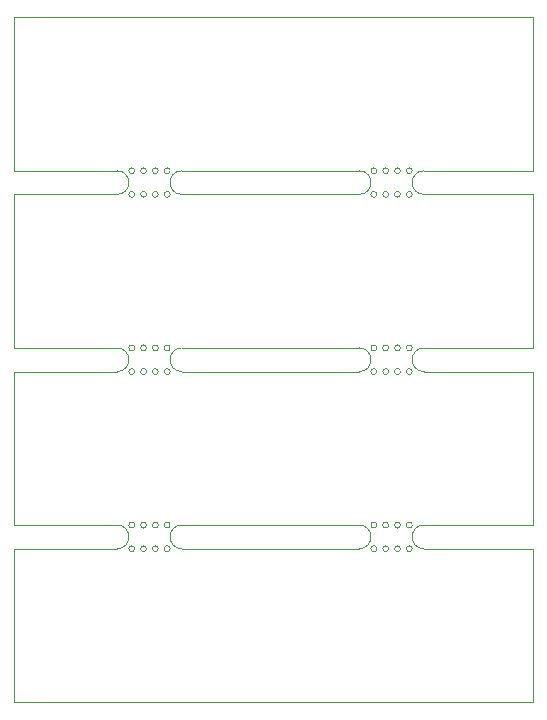
<source format=gbr>
%TF.GenerationSoftware,KiCad,Pcbnew,8.0.5*%
%TF.CreationDate,2025-06-13T11:28:52+02:00*%
%TF.ProjectId,insulFrogExtensionSMD,696e7375-6c46-4726-9f67-457874656e73,rev?*%
%TF.SameCoordinates,Original*%
%TF.FileFunction,Profile,NP*%
%FSLAX46Y46*%
G04 Gerber Fmt 4.6, Leading zero omitted, Abs format (unit mm)*
G04 Created by KiCad (PCBNEW 8.0.5) date 2025-06-13 11:28:52*
%MOMM*%
%LPD*%
G01*
G04 APERTURE LIST*
%TA.AperFunction,Profile*%
%ADD10C,0.100000*%
%TD*%
%TA.AperFunction,Profile*%
%ADD11C,0.120000*%
%TD*%
G04 APERTURE END LIST*
D10*
X125500000Y-85000000D02*
X125443000Y-72000000D01*
X125500000Y-100000000D02*
X125500000Y-87000000D01*
X125500000Y-115000000D02*
X125500000Y-102000000D01*
X81500000Y-102000000D02*
X81500000Y-115000000D01*
X81500000Y-87000000D02*
X81500000Y-100000000D01*
X81500000Y-72000000D02*
X81500000Y-85000000D01*
X95750000Y-85000000D02*
X110750000Y-85000000D01*
X116250000Y-87000000D02*
X125500000Y-87000000D01*
X90250000Y-85000000D02*
X81500000Y-85000000D01*
X90250000Y-87000000D02*
X81500000Y-87000000D01*
X95750000Y-87000000D02*
X110750000Y-87000000D01*
X116250000Y-85000000D02*
X125500000Y-85000000D01*
X95750000Y-100000000D02*
X110750000Y-100000000D01*
X116250000Y-102000000D02*
X125500000Y-102000000D01*
X90250000Y-100000000D02*
X81500000Y-100000000D01*
X90250000Y-102000000D02*
X81500000Y-102000000D01*
X95750000Y-102000000D02*
X110750000Y-102000000D01*
X116250000Y-100000000D02*
X125500000Y-100000000D01*
X90250000Y-115000000D02*
X81500000Y-115000000D01*
X116250000Y-115000000D02*
X125500000Y-115000000D01*
X95750000Y-115000000D02*
X110750000Y-115000000D01*
X125500000Y-117000000D02*
X125443000Y-130000000D01*
X116250000Y-117000000D02*
X125500000Y-117000000D01*
X95750000Y-117000000D02*
X110750000Y-117000000D01*
X81500000Y-117000000D02*
X81500000Y-130000000D01*
X90250000Y-117000000D02*
X81500000Y-117000000D01*
X93250000Y-72000000D02*
X125443000Y-72000000D01*
X93250000Y-72000000D02*
X81500000Y-72000000D01*
X98750000Y-130000000D02*
X108500000Y-130000000D01*
X81500000Y-130000000D02*
X98750000Y-130000000D01*
X125443000Y-130000000D02*
X108500000Y-130000000D01*
D11*
%TO.C,REF\u002A\u002A*%
X110750000Y-85000000D02*
G75*
G02*
X110750000Y-87000000I0J-1000000D01*
G01*
X116250000Y-87000000D02*
G75*
G02*
X116250000Y-85000000I0J1000000D01*
G01*
X112250000Y-85000000D02*
G75*
G02*
X111750000Y-85000000I-250000J0D01*
G01*
X111750000Y-85000000D02*
G75*
G02*
X112250000Y-85000000I250000J0D01*
G01*
X112250000Y-87000000D02*
G75*
G02*
X111750000Y-87000000I-250000J0D01*
G01*
X111750000Y-87000000D02*
G75*
G02*
X112250000Y-87000000I250000J0D01*
G01*
X113250000Y-85000000D02*
G75*
G02*
X112750000Y-85000000I-250000J0D01*
G01*
X112750000Y-85000000D02*
G75*
G02*
X113250000Y-85000000I250000J0D01*
G01*
X113250000Y-87000000D02*
G75*
G02*
X112750000Y-87000000I-250000J0D01*
G01*
X112750000Y-87000000D02*
G75*
G02*
X113250000Y-87000000I250000J0D01*
G01*
X114250000Y-85000000D02*
G75*
G02*
X113750000Y-85000000I-250000J0D01*
G01*
X113750000Y-85000000D02*
G75*
G02*
X114250000Y-85000000I250000J0D01*
G01*
X114250000Y-87000000D02*
G75*
G02*
X113750000Y-87000000I-250000J0D01*
G01*
X113750000Y-87000000D02*
G75*
G02*
X114250000Y-87000000I250000J0D01*
G01*
X115250000Y-85000000D02*
G75*
G02*
X114750000Y-85000000I-250000J0D01*
G01*
X114750000Y-85000000D02*
G75*
G02*
X115250000Y-85000000I250000J0D01*
G01*
X115250000Y-87000000D02*
G75*
G02*
X114750000Y-87000000I-250000J0D01*
G01*
X114750000Y-87000000D02*
G75*
G02*
X115250000Y-87000000I250000J0D01*
G01*
X90250000Y-85000000D02*
G75*
G02*
X90250000Y-87000000I0J-1000000D01*
G01*
X95750000Y-87000000D02*
G75*
G02*
X95750000Y-85000000I0J1000000D01*
G01*
X91750000Y-85000000D02*
G75*
G02*
X91250000Y-85000000I-250000J0D01*
G01*
X91250000Y-85000000D02*
G75*
G02*
X91750000Y-85000000I250000J0D01*
G01*
X91750000Y-87000000D02*
G75*
G02*
X91250000Y-87000000I-250000J0D01*
G01*
X91250000Y-87000000D02*
G75*
G02*
X91750000Y-87000000I250000J0D01*
G01*
X92750000Y-85000000D02*
G75*
G02*
X92250000Y-85000000I-250000J0D01*
G01*
X92250000Y-85000000D02*
G75*
G02*
X92750000Y-85000000I250000J0D01*
G01*
X92750000Y-87000000D02*
G75*
G02*
X92250000Y-87000000I-250000J0D01*
G01*
X92250000Y-87000000D02*
G75*
G02*
X92750000Y-87000000I250000J0D01*
G01*
X93750000Y-85000000D02*
G75*
G02*
X93250000Y-85000000I-250000J0D01*
G01*
X93250000Y-85000000D02*
G75*
G02*
X93750000Y-85000000I250000J0D01*
G01*
X93750000Y-87000000D02*
G75*
G02*
X93250000Y-87000000I-250000J0D01*
G01*
X93250000Y-87000000D02*
G75*
G02*
X93750000Y-87000000I250000J0D01*
G01*
X94750000Y-85000000D02*
G75*
G02*
X94250000Y-85000000I-250000J0D01*
G01*
X94250000Y-85000000D02*
G75*
G02*
X94750000Y-85000000I250000J0D01*
G01*
X94750000Y-87000000D02*
G75*
G02*
X94250000Y-87000000I-250000J0D01*
G01*
X94250000Y-87000000D02*
G75*
G02*
X94750000Y-87000000I250000J0D01*
G01*
X110750000Y-100000000D02*
G75*
G02*
X110750000Y-102000000I0J-1000000D01*
G01*
X116250000Y-102000000D02*
G75*
G02*
X116250000Y-100000000I0J1000000D01*
G01*
X112250000Y-100000000D02*
G75*
G02*
X111750000Y-100000000I-250000J0D01*
G01*
X111750000Y-100000000D02*
G75*
G02*
X112250000Y-100000000I250000J0D01*
G01*
X112250000Y-102000000D02*
G75*
G02*
X111750000Y-102000000I-250000J0D01*
G01*
X111750000Y-102000000D02*
G75*
G02*
X112250000Y-102000000I250000J0D01*
G01*
X113250000Y-100000000D02*
G75*
G02*
X112750000Y-100000000I-250000J0D01*
G01*
X112750000Y-100000000D02*
G75*
G02*
X113250000Y-100000000I250000J0D01*
G01*
X113250000Y-102000000D02*
G75*
G02*
X112750000Y-102000000I-250000J0D01*
G01*
X112750000Y-102000000D02*
G75*
G02*
X113250000Y-102000000I250000J0D01*
G01*
X114250000Y-100000000D02*
G75*
G02*
X113750000Y-100000000I-250000J0D01*
G01*
X113750000Y-100000000D02*
G75*
G02*
X114250000Y-100000000I250000J0D01*
G01*
X114250000Y-102000000D02*
G75*
G02*
X113750000Y-102000000I-250000J0D01*
G01*
X113750000Y-102000000D02*
G75*
G02*
X114250000Y-102000000I250000J0D01*
G01*
X115250000Y-100000000D02*
G75*
G02*
X114750000Y-100000000I-250000J0D01*
G01*
X114750000Y-100000000D02*
G75*
G02*
X115250000Y-100000000I250000J0D01*
G01*
X115250000Y-102000000D02*
G75*
G02*
X114750000Y-102000000I-250000J0D01*
G01*
X114750000Y-102000000D02*
G75*
G02*
X115250000Y-102000000I250000J0D01*
G01*
X90250000Y-100000000D02*
G75*
G02*
X90250000Y-102000000I0J-1000000D01*
G01*
X95750000Y-102000000D02*
G75*
G02*
X95750000Y-100000000I0J1000000D01*
G01*
X91750000Y-100000000D02*
G75*
G02*
X91250000Y-100000000I-250000J0D01*
G01*
X91250000Y-100000000D02*
G75*
G02*
X91750000Y-100000000I250000J0D01*
G01*
X91750000Y-102000000D02*
G75*
G02*
X91250000Y-102000000I-250000J0D01*
G01*
X91250000Y-102000000D02*
G75*
G02*
X91750000Y-102000000I250000J0D01*
G01*
X92750000Y-100000000D02*
G75*
G02*
X92250000Y-100000000I-250000J0D01*
G01*
X92250000Y-100000000D02*
G75*
G02*
X92750000Y-100000000I250000J0D01*
G01*
X92750000Y-102000000D02*
G75*
G02*
X92250000Y-102000000I-250000J0D01*
G01*
X92250000Y-102000000D02*
G75*
G02*
X92750000Y-102000000I250000J0D01*
G01*
X93750000Y-100000000D02*
G75*
G02*
X93250000Y-100000000I-250000J0D01*
G01*
X93250000Y-100000000D02*
G75*
G02*
X93750000Y-100000000I250000J0D01*
G01*
X93750000Y-102000000D02*
G75*
G02*
X93250000Y-102000000I-250000J0D01*
G01*
X93250000Y-102000000D02*
G75*
G02*
X93750000Y-102000000I250000J0D01*
G01*
X94750000Y-100000000D02*
G75*
G02*
X94250000Y-100000000I-250000J0D01*
G01*
X94250000Y-100000000D02*
G75*
G02*
X94750000Y-100000000I250000J0D01*
G01*
X94750000Y-102000000D02*
G75*
G02*
X94250000Y-102000000I-250000J0D01*
G01*
X94250000Y-102000000D02*
G75*
G02*
X94750000Y-102000000I250000J0D01*
G01*
X110750000Y-115000000D02*
G75*
G02*
X110750000Y-117000000I0J-1000000D01*
G01*
X116250000Y-117000000D02*
G75*
G02*
X116250000Y-115000000I0J1000000D01*
G01*
X112250000Y-115000000D02*
G75*
G02*
X111750000Y-115000000I-250000J0D01*
G01*
X111750000Y-115000000D02*
G75*
G02*
X112250000Y-115000000I250000J0D01*
G01*
X112250000Y-117000000D02*
G75*
G02*
X111750000Y-117000000I-250000J0D01*
G01*
X111750000Y-117000000D02*
G75*
G02*
X112250000Y-117000000I250000J0D01*
G01*
X113250000Y-115000000D02*
G75*
G02*
X112750000Y-115000000I-250000J0D01*
G01*
X112750000Y-115000000D02*
G75*
G02*
X113250000Y-115000000I250000J0D01*
G01*
X113250000Y-117000000D02*
G75*
G02*
X112750000Y-117000000I-250000J0D01*
G01*
X112750000Y-117000000D02*
G75*
G02*
X113250000Y-117000000I250000J0D01*
G01*
X114250000Y-115000000D02*
G75*
G02*
X113750000Y-115000000I-250000J0D01*
G01*
X113750000Y-115000000D02*
G75*
G02*
X114250000Y-115000000I250000J0D01*
G01*
X114250000Y-117000000D02*
G75*
G02*
X113750000Y-117000000I-250000J0D01*
G01*
X113750000Y-117000000D02*
G75*
G02*
X114250000Y-117000000I250000J0D01*
G01*
X115250000Y-115000000D02*
G75*
G02*
X114750000Y-115000000I-250000J0D01*
G01*
X114750000Y-115000000D02*
G75*
G02*
X115250000Y-115000000I250000J0D01*
G01*
X115250000Y-117000000D02*
G75*
G02*
X114750000Y-117000000I-250000J0D01*
G01*
X114750000Y-117000000D02*
G75*
G02*
X115250000Y-117000000I250000J0D01*
G01*
X90250000Y-115000000D02*
G75*
G02*
X90250000Y-117000000I0J-1000000D01*
G01*
X95750000Y-117000000D02*
G75*
G02*
X95750000Y-115000000I0J1000000D01*
G01*
X91750000Y-115000000D02*
G75*
G02*
X91250000Y-115000000I-250000J0D01*
G01*
X91250000Y-115000000D02*
G75*
G02*
X91750000Y-115000000I250000J0D01*
G01*
X91750000Y-117000000D02*
G75*
G02*
X91250000Y-117000000I-250000J0D01*
G01*
X91250000Y-117000000D02*
G75*
G02*
X91750000Y-117000000I250000J0D01*
G01*
X92750000Y-115000000D02*
G75*
G02*
X92250000Y-115000000I-250000J0D01*
G01*
X92250000Y-115000000D02*
G75*
G02*
X92750000Y-115000000I250000J0D01*
G01*
X92750000Y-117000000D02*
G75*
G02*
X92250000Y-117000000I-250000J0D01*
G01*
X92250000Y-117000000D02*
G75*
G02*
X92750000Y-117000000I250000J0D01*
G01*
X93750000Y-115000000D02*
G75*
G02*
X93250000Y-115000000I-250000J0D01*
G01*
X93250000Y-115000000D02*
G75*
G02*
X93750000Y-115000000I250000J0D01*
G01*
X93750000Y-117000000D02*
G75*
G02*
X93250000Y-117000000I-250000J0D01*
G01*
X93250000Y-117000000D02*
G75*
G02*
X93750000Y-117000000I250000J0D01*
G01*
X94750000Y-115000000D02*
G75*
G02*
X94250000Y-115000000I-250000J0D01*
G01*
X94250000Y-115000000D02*
G75*
G02*
X94750000Y-115000000I250000J0D01*
G01*
X94750000Y-117000000D02*
G75*
G02*
X94250000Y-117000000I-250000J0D01*
G01*
X94250000Y-117000000D02*
G75*
G02*
X94750000Y-117000000I250000J0D01*
G01*
%TD*%
M02*

</source>
